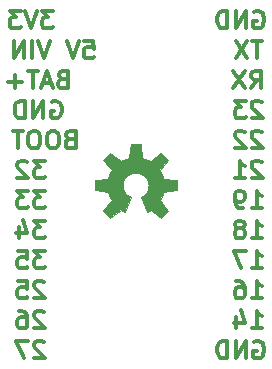
<source format=gbr>
G04 #@! TF.GenerationSoftware,KiCad,Pcbnew,(5.0.2)-1*
G04 #@! TF.CreationDate,2019-10-09T02:29:05+02:00*
G04 #@! TF.ProjectId,esp32-lifepo4,65737033-322d-46c6-9966-65706f342e6b,rev?*
G04 #@! TF.SameCoordinates,Original*
G04 #@! TF.FileFunction,Legend,Bot*
G04 #@! TF.FilePolarity,Positive*
%FSLAX46Y46*%
G04 Gerber Fmt 4.6, Leading zero omitted, Abs format (unit mm)*
G04 Created by KiCad (PCBNEW (5.0.2)-1) date 09/10/2019 02:29:05*
%MOMM*%
%LPD*%
G01*
G04 APERTURE LIST*
%ADD10C,0.300000*%
%ADD11C,0.010000*%
%ADD12C,0.150000*%
G04 APERTURE END LIST*
D10*
X149732857Y-98381428D02*
X149661428Y-98310000D01*
X149518571Y-98238571D01*
X149161428Y-98238571D01*
X149018571Y-98310000D01*
X148947142Y-98381428D01*
X148875714Y-98524285D01*
X148875714Y-98667142D01*
X148947142Y-98881428D01*
X149804285Y-99738571D01*
X148875714Y-99738571D01*
X148375714Y-98238571D02*
X147375714Y-98238571D01*
X148018571Y-99738571D01*
X149732857Y-95841428D02*
X149661428Y-95770000D01*
X149518571Y-95698571D01*
X149161428Y-95698571D01*
X149018571Y-95770000D01*
X148947142Y-95841428D01*
X148875714Y-95984285D01*
X148875714Y-96127142D01*
X148947142Y-96341428D01*
X149804285Y-97198571D01*
X148875714Y-97198571D01*
X147590000Y-95698571D02*
X147875714Y-95698571D01*
X148018571Y-95770000D01*
X148090000Y-95841428D01*
X148232857Y-96055714D01*
X148304285Y-96341428D01*
X148304285Y-96912857D01*
X148232857Y-97055714D01*
X148161428Y-97127142D01*
X148018571Y-97198571D01*
X147732857Y-97198571D01*
X147590000Y-97127142D01*
X147518571Y-97055714D01*
X147447142Y-96912857D01*
X147447142Y-96555714D01*
X147518571Y-96412857D01*
X147590000Y-96341428D01*
X147732857Y-96270000D01*
X148018571Y-96270000D01*
X148161428Y-96341428D01*
X148232857Y-96412857D01*
X148304285Y-96555714D01*
X149732857Y-93301428D02*
X149661428Y-93230000D01*
X149518571Y-93158571D01*
X149161428Y-93158571D01*
X149018571Y-93230000D01*
X148947142Y-93301428D01*
X148875714Y-93444285D01*
X148875714Y-93587142D01*
X148947142Y-93801428D01*
X149804285Y-94658571D01*
X148875714Y-94658571D01*
X147518571Y-93158571D02*
X148232857Y-93158571D01*
X148304285Y-93872857D01*
X148232857Y-93801428D01*
X148090000Y-93730000D01*
X147732857Y-93730000D01*
X147590000Y-93801428D01*
X147518571Y-93872857D01*
X147447142Y-94015714D01*
X147447142Y-94372857D01*
X147518571Y-94515714D01*
X147590000Y-94587142D01*
X147732857Y-94658571D01*
X148090000Y-94658571D01*
X148232857Y-94587142D01*
X148304285Y-94515714D01*
X149804285Y-90618571D02*
X148875714Y-90618571D01*
X149375714Y-91190000D01*
X149161428Y-91190000D01*
X149018571Y-91261428D01*
X148947142Y-91332857D01*
X148875714Y-91475714D01*
X148875714Y-91832857D01*
X148947142Y-91975714D01*
X149018571Y-92047142D01*
X149161428Y-92118571D01*
X149590000Y-92118571D01*
X149732857Y-92047142D01*
X149804285Y-91975714D01*
X147518571Y-90618571D02*
X148232857Y-90618571D01*
X148304285Y-91332857D01*
X148232857Y-91261428D01*
X148090000Y-91190000D01*
X147732857Y-91190000D01*
X147590000Y-91261428D01*
X147518571Y-91332857D01*
X147447142Y-91475714D01*
X147447142Y-91832857D01*
X147518571Y-91975714D01*
X147590000Y-92047142D01*
X147732857Y-92118571D01*
X148090000Y-92118571D01*
X148232857Y-92047142D01*
X148304285Y-91975714D01*
X149804285Y-88078571D02*
X148875714Y-88078571D01*
X149375714Y-88650000D01*
X149161428Y-88650000D01*
X149018571Y-88721428D01*
X148947142Y-88792857D01*
X148875714Y-88935714D01*
X148875714Y-89292857D01*
X148947142Y-89435714D01*
X149018571Y-89507142D01*
X149161428Y-89578571D01*
X149590000Y-89578571D01*
X149732857Y-89507142D01*
X149804285Y-89435714D01*
X147590000Y-88578571D02*
X147590000Y-89578571D01*
X147947142Y-88007142D02*
X148304285Y-89078571D01*
X147375714Y-89078571D01*
X149804285Y-85538571D02*
X148875714Y-85538571D01*
X149375714Y-86110000D01*
X149161428Y-86110000D01*
X149018571Y-86181428D01*
X148947142Y-86252857D01*
X148875714Y-86395714D01*
X148875714Y-86752857D01*
X148947142Y-86895714D01*
X149018571Y-86967142D01*
X149161428Y-87038571D01*
X149590000Y-87038571D01*
X149732857Y-86967142D01*
X149804285Y-86895714D01*
X148375714Y-85538571D02*
X147447142Y-85538571D01*
X147947142Y-86110000D01*
X147732857Y-86110000D01*
X147590000Y-86181428D01*
X147518571Y-86252857D01*
X147447142Y-86395714D01*
X147447142Y-86752857D01*
X147518571Y-86895714D01*
X147590000Y-86967142D01*
X147732857Y-87038571D01*
X148161428Y-87038571D01*
X148304285Y-86967142D01*
X148375714Y-86895714D01*
X149804285Y-82998571D02*
X148875714Y-82998571D01*
X149375714Y-83570000D01*
X149161428Y-83570000D01*
X149018571Y-83641428D01*
X148947142Y-83712857D01*
X148875714Y-83855714D01*
X148875714Y-84212857D01*
X148947142Y-84355714D01*
X149018571Y-84427142D01*
X149161428Y-84498571D01*
X149590000Y-84498571D01*
X149732857Y-84427142D01*
X149804285Y-84355714D01*
X148304285Y-83141428D02*
X148232857Y-83070000D01*
X148090000Y-82998571D01*
X147732857Y-82998571D01*
X147590000Y-83070000D01*
X147518571Y-83141428D01*
X147447142Y-83284285D01*
X147447142Y-83427142D01*
X147518571Y-83641428D01*
X148375714Y-84498571D01*
X147447142Y-84498571D01*
X151895714Y-81172857D02*
X151681428Y-81244285D01*
X151610000Y-81315714D01*
X151538571Y-81458571D01*
X151538571Y-81672857D01*
X151610000Y-81815714D01*
X151681428Y-81887142D01*
X151824285Y-81958571D01*
X152395714Y-81958571D01*
X152395714Y-80458571D01*
X151895714Y-80458571D01*
X151752857Y-80530000D01*
X151681428Y-80601428D01*
X151610000Y-80744285D01*
X151610000Y-80887142D01*
X151681428Y-81030000D01*
X151752857Y-81101428D01*
X151895714Y-81172857D01*
X152395714Y-81172857D01*
X150610000Y-80458571D02*
X150324285Y-80458571D01*
X150181428Y-80530000D01*
X150038571Y-80672857D01*
X149967142Y-80958571D01*
X149967142Y-81458571D01*
X150038571Y-81744285D01*
X150181428Y-81887142D01*
X150324285Y-81958571D01*
X150610000Y-81958571D01*
X150752857Y-81887142D01*
X150895714Y-81744285D01*
X150967142Y-81458571D01*
X150967142Y-80958571D01*
X150895714Y-80672857D01*
X150752857Y-80530000D01*
X150610000Y-80458571D01*
X149038571Y-80458571D02*
X148752857Y-80458571D01*
X148610000Y-80530000D01*
X148467142Y-80672857D01*
X148395714Y-80958571D01*
X148395714Y-81458571D01*
X148467142Y-81744285D01*
X148610000Y-81887142D01*
X148752857Y-81958571D01*
X149038571Y-81958571D01*
X149181428Y-81887142D01*
X149324285Y-81744285D01*
X149395714Y-81458571D01*
X149395714Y-80958571D01*
X149324285Y-80672857D01*
X149181428Y-80530000D01*
X149038571Y-80458571D01*
X147967142Y-80458571D02*
X147110000Y-80458571D01*
X147538571Y-81958571D02*
X147538571Y-80458571D01*
X167512857Y-98310000D02*
X167655714Y-98238571D01*
X167870000Y-98238571D01*
X168084285Y-98310000D01*
X168227142Y-98452857D01*
X168298571Y-98595714D01*
X168370000Y-98881428D01*
X168370000Y-99095714D01*
X168298571Y-99381428D01*
X168227142Y-99524285D01*
X168084285Y-99667142D01*
X167870000Y-99738571D01*
X167727142Y-99738571D01*
X167512857Y-99667142D01*
X167441428Y-99595714D01*
X167441428Y-99095714D01*
X167727142Y-99095714D01*
X166798571Y-99738571D02*
X166798571Y-98238571D01*
X165941428Y-99738571D01*
X165941428Y-98238571D01*
X165227142Y-99738571D02*
X165227142Y-98238571D01*
X164870000Y-98238571D01*
X164655714Y-98310000D01*
X164512857Y-98452857D01*
X164441428Y-98595714D01*
X164370000Y-98881428D01*
X164370000Y-99095714D01*
X164441428Y-99381428D01*
X164512857Y-99524285D01*
X164655714Y-99667142D01*
X164870000Y-99738571D01*
X165227142Y-99738571D01*
X167290714Y-97198571D02*
X168147857Y-97198571D01*
X167719285Y-97198571D02*
X167719285Y-95698571D01*
X167862142Y-95912857D01*
X168005000Y-96055714D01*
X168147857Y-96127142D01*
X166005000Y-96198571D02*
X166005000Y-97198571D01*
X166362142Y-95627142D02*
X166719285Y-96698571D01*
X165790714Y-96698571D01*
X167290714Y-94658571D02*
X168147857Y-94658571D01*
X167719285Y-94658571D02*
X167719285Y-93158571D01*
X167862142Y-93372857D01*
X168005000Y-93515714D01*
X168147857Y-93587142D01*
X166005000Y-93158571D02*
X166290714Y-93158571D01*
X166433571Y-93230000D01*
X166505000Y-93301428D01*
X166647857Y-93515714D01*
X166719285Y-93801428D01*
X166719285Y-94372857D01*
X166647857Y-94515714D01*
X166576428Y-94587142D01*
X166433571Y-94658571D01*
X166147857Y-94658571D01*
X166005000Y-94587142D01*
X165933571Y-94515714D01*
X165862142Y-94372857D01*
X165862142Y-94015714D01*
X165933571Y-93872857D01*
X166005000Y-93801428D01*
X166147857Y-93730000D01*
X166433571Y-93730000D01*
X166576428Y-93801428D01*
X166647857Y-93872857D01*
X166719285Y-94015714D01*
X167290714Y-92118571D02*
X168147857Y-92118571D01*
X167719285Y-92118571D02*
X167719285Y-90618571D01*
X167862142Y-90832857D01*
X168005000Y-90975714D01*
X168147857Y-91047142D01*
X166790714Y-90618571D02*
X165790714Y-90618571D01*
X166433571Y-92118571D01*
X167290714Y-89578571D02*
X168147857Y-89578571D01*
X167719285Y-89578571D02*
X167719285Y-88078571D01*
X167862142Y-88292857D01*
X168005000Y-88435714D01*
X168147857Y-88507142D01*
X166433571Y-88721428D02*
X166576428Y-88650000D01*
X166647857Y-88578571D01*
X166719285Y-88435714D01*
X166719285Y-88364285D01*
X166647857Y-88221428D01*
X166576428Y-88150000D01*
X166433571Y-88078571D01*
X166147857Y-88078571D01*
X166005000Y-88150000D01*
X165933571Y-88221428D01*
X165862142Y-88364285D01*
X165862142Y-88435714D01*
X165933571Y-88578571D01*
X166005000Y-88650000D01*
X166147857Y-88721428D01*
X166433571Y-88721428D01*
X166576428Y-88792857D01*
X166647857Y-88864285D01*
X166719285Y-89007142D01*
X166719285Y-89292857D01*
X166647857Y-89435714D01*
X166576428Y-89507142D01*
X166433571Y-89578571D01*
X166147857Y-89578571D01*
X166005000Y-89507142D01*
X165933571Y-89435714D01*
X165862142Y-89292857D01*
X165862142Y-89007142D01*
X165933571Y-88864285D01*
X166005000Y-88792857D01*
X166147857Y-88721428D01*
X167290714Y-87038571D02*
X168147857Y-87038571D01*
X167719285Y-87038571D02*
X167719285Y-85538571D01*
X167862142Y-85752857D01*
X168005000Y-85895714D01*
X168147857Y-85967142D01*
X166576428Y-87038571D02*
X166290714Y-87038571D01*
X166147857Y-86967142D01*
X166076428Y-86895714D01*
X165933571Y-86681428D01*
X165862142Y-86395714D01*
X165862142Y-85824285D01*
X165933571Y-85681428D01*
X166005000Y-85610000D01*
X166147857Y-85538571D01*
X166433571Y-85538571D01*
X166576428Y-85610000D01*
X166647857Y-85681428D01*
X166719285Y-85824285D01*
X166719285Y-86181428D01*
X166647857Y-86324285D01*
X166576428Y-86395714D01*
X166433571Y-86467142D01*
X166147857Y-86467142D01*
X166005000Y-86395714D01*
X165933571Y-86324285D01*
X165862142Y-86181428D01*
X168147857Y-83141428D02*
X168076428Y-83070000D01*
X167933571Y-82998571D01*
X167576428Y-82998571D01*
X167433571Y-83070000D01*
X167362142Y-83141428D01*
X167290714Y-83284285D01*
X167290714Y-83427142D01*
X167362142Y-83641428D01*
X168219285Y-84498571D01*
X167290714Y-84498571D01*
X165862142Y-84498571D02*
X166719285Y-84498571D01*
X166290714Y-84498571D02*
X166290714Y-82998571D01*
X166433571Y-83212857D01*
X166576428Y-83355714D01*
X166719285Y-83427142D01*
X168147857Y-80601428D02*
X168076428Y-80530000D01*
X167933571Y-80458571D01*
X167576428Y-80458571D01*
X167433571Y-80530000D01*
X167362142Y-80601428D01*
X167290714Y-80744285D01*
X167290714Y-80887142D01*
X167362142Y-81101428D01*
X168219285Y-81958571D01*
X167290714Y-81958571D01*
X166719285Y-80601428D02*
X166647857Y-80530000D01*
X166505000Y-80458571D01*
X166147857Y-80458571D01*
X166005000Y-80530000D01*
X165933571Y-80601428D01*
X165862142Y-80744285D01*
X165862142Y-80887142D01*
X165933571Y-81101428D01*
X166790714Y-81958571D01*
X165862142Y-81958571D01*
X168147857Y-78061428D02*
X168076428Y-77990000D01*
X167933571Y-77918571D01*
X167576428Y-77918571D01*
X167433571Y-77990000D01*
X167362142Y-78061428D01*
X167290714Y-78204285D01*
X167290714Y-78347142D01*
X167362142Y-78561428D01*
X168219285Y-79418571D01*
X167290714Y-79418571D01*
X166790714Y-77918571D02*
X165862142Y-77918571D01*
X166362142Y-78490000D01*
X166147857Y-78490000D01*
X166005000Y-78561428D01*
X165933571Y-78632857D01*
X165862142Y-78775714D01*
X165862142Y-79132857D01*
X165933571Y-79275714D01*
X166005000Y-79347142D01*
X166147857Y-79418571D01*
X166576428Y-79418571D01*
X166719285Y-79347142D01*
X166790714Y-79275714D01*
X150447142Y-70298571D02*
X149518571Y-70298571D01*
X150018571Y-70870000D01*
X149804285Y-70870000D01*
X149661428Y-70941428D01*
X149590000Y-71012857D01*
X149518571Y-71155714D01*
X149518571Y-71512857D01*
X149590000Y-71655714D01*
X149661428Y-71727142D01*
X149804285Y-71798571D01*
X150232857Y-71798571D01*
X150375714Y-71727142D01*
X150447142Y-71655714D01*
X149090000Y-70298571D02*
X148590000Y-71798571D01*
X148090000Y-70298571D01*
X147732857Y-70298571D02*
X146804285Y-70298571D01*
X147304285Y-70870000D01*
X147090000Y-70870000D01*
X146947142Y-70941428D01*
X146875714Y-71012857D01*
X146804285Y-71155714D01*
X146804285Y-71512857D01*
X146875714Y-71655714D01*
X146947142Y-71727142D01*
X147090000Y-71798571D01*
X147518571Y-71798571D01*
X147661428Y-71727142D01*
X147732857Y-71655714D01*
X153137857Y-72838571D02*
X153852142Y-72838571D01*
X153923571Y-73552857D01*
X153852142Y-73481428D01*
X153709285Y-73410000D01*
X153352142Y-73410000D01*
X153209285Y-73481428D01*
X153137857Y-73552857D01*
X153066428Y-73695714D01*
X153066428Y-74052857D01*
X153137857Y-74195714D01*
X153209285Y-74267142D01*
X153352142Y-74338571D01*
X153709285Y-74338571D01*
X153852142Y-74267142D01*
X153923571Y-74195714D01*
X152637857Y-72838571D02*
X152137857Y-74338571D01*
X151637857Y-72838571D01*
X150209285Y-72838571D02*
X149709285Y-74338571D01*
X149209285Y-72838571D01*
X148709285Y-74338571D02*
X148709285Y-72838571D01*
X147995000Y-74338571D02*
X147995000Y-72838571D01*
X147137857Y-74338571D01*
X147137857Y-72838571D01*
X151260714Y-76092857D02*
X151046428Y-76164285D01*
X150975000Y-76235714D01*
X150903571Y-76378571D01*
X150903571Y-76592857D01*
X150975000Y-76735714D01*
X151046428Y-76807142D01*
X151189285Y-76878571D01*
X151760714Y-76878571D01*
X151760714Y-75378571D01*
X151260714Y-75378571D01*
X151117857Y-75450000D01*
X151046428Y-75521428D01*
X150975000Y-75664285D01*
X150975000Y-75807142D01*
X151046428Y-75950000D01*
X151117857Y-76021428D01*
X151260714Y-76092857D01*
X151760714Y-76092857D01*
X150332142Y-76450000D02*
X149617857Y-76450000D01*
X150475000Y-76878571D02*
X149975000Y-75378571D01*
X149475000Y-76878571D01*
X149189285Y-75378571D02*
X148332142Y-75378571D01*
X148760714Y-76878571D02*
X148760714Y-75378571D01*
X147832142Y-76307142D02*
X146689285Y-76307142D01*
X147260714Y-76878571D02*
X147260714Y-75735714D01*
X150367857Y-77990000D02*
X150510714Y-77918571D01*
X150725000Y-77918571D01*
X150939285Y-77990000D01*
X151082142Y-78132857D01*
X151153571Y-78275714D01*
X151225000Y-78561428D01*
X151225000Y-78775714D01*
X151153571Y-79061428D01*
X151082142Y-79204285D01*
X150939285Y-79347142D01*
X150725000Y-79418571D01*
X150582142Y-79418571D01*
X150367857Y-79347142D01*
X150296428Y-79275714D01*
X150296428Y-78775714D01*
X150582142Y-78775714D01*
X149653571Y-79418571D02*
X149653571Y-77918571D01*
X148796428Y-79418571D01*
X148796428Y-77918571D01*
X148082142Y-79418571D02*
X148082142Y-77918571D01*
X147725000Y-77918571D01*
X147510714Y-77990000D01*
X147367857Y-78132857D01*
X147296428Y-78275714D01*
X147225000Y-78561428D01*
X147225000Y-78775714D01*
X147296428Y-79061428D01*
X147367857Y-79204285D01*
X147510714Y-79347142D01*
X147725000Y-79418571D01*
X148082142Y-79418571D01*
X167512857Y-70370000D02*
X167655714Y-70298571D01*
X167870000Y-70298571D01*
X168084285Y-70370000D01*
X168227142Y-70512857D01*
X168298571Y-70655714D01*
X168370000Y-70941428D01*
X168370000Y-71155714D01*
X168298571Y-71441428D01*
X168227142Y-71584285D01*
X168084285Y-71727142D01*
X167870000Y-71798571D01*
X167727142Y-71798571D01*
X167512857Y-71727142D01*
X167441428Y-71655714D01*
X167441428Y-71155714D01*
X167727142Y-71155714D01*
X166798571Y-71798571D02*
X166798571Y-70298571D01*
X165941428Y-71798571D01*
X165941428Y-70298571D01*
X165227142Y-71798571D02*
X165227142Y-70298571D01*
X164870000Y-70298571D01*
X164655714Y-70370000D01*
X164512857Y-70512857D01*
X164441428Y-70655714D01*
X164370000Y-70941428D01*
X164370000Y-71155714D01*
X164441428Y-71441428D01*
X164512857Y-71584285D01*
X164655714Y-71727142D01*
X164870000Y-71798571D01*
X165227142Y-71798571D01*
X167255000Y-76878571D02*
X167755000Y-76164285D01*
X168112142Y-76878571D02*
X168112142Y-75378571D01*
X167540714Y-75378571D01*
X167397857Y-75450000D01*
X167326428Y-75521428D01*
X167255000Y-75664285D01*
X167255000Y-75878571D01*
X167326428Y-76021428D01*
X167397857Y-76092857D01*
X167540714Y-76164285D01*
X168112142Y-76164285D01*
X166755000Y-75378571D02*
X165755000Y-76878571D01*
X165755000Y-75378571D02*
X166755000Y-76878571D01*
X168147857Y-72838571D02*
X167290714Y-72838571D01*
X167719285Y-74338571D02*
X167719285Y-72838571D01*
X166933571Y-72838571D02*
X165933571Y-74338571D01*
X165933571Y-72838571D02*
X166933571Y-74338571D01*
D11*
G04 #@! TO.C,*
G36*
X156560520Y-87312500D02*
X156380180Y-87228680D01*
X156204920Y-87129620D01*
X155326080Y-87845900D01*
X154724100Y-87243920D01*
X155440380Y-86365080D01*
X155313380Y-86131400D01*
X155211780Y-85885020D01*
X155135580Y-85631020D01*
X154007820Y-85514180D01*
X154007820Y-84665820D01*
X155135580Y-84548980D01*
X155211780Y-84294980D01*
X155313380Y-84048600D01*
X155440380Y-83814920D01*
X154724100Y-82936080D01*
X155326080Y-82334100D01*
X156204920Y-83050380D01*
X156438600Y-82923380D01*
X156684980Y-82821780D01*
X156938980Y-82745580D01*
X157055820Y-81617820D01*
X157904180Y-81617820D01*
X158021020Y-82745580D01*
X158275020Y-82821780D01*
X158521400Y-82923380D01*
X158755080Y-83050380D01*
X159633920Y-82334100D01*
X160235900Y-82936080D01*
X159519620Y-83814920D01*
X159646620Y-84048600D01*
X159748220Y-84294980D01*
X159824420Y-84548980D01*
X160952180Y-84665820D01*
X160952180Y-85514180D01*
X159824420Y-85631020D01*
X159748220Y-85885020D01*
X159646620Y-86131400D01*
X159519620Y-86365080D01*
X160235900Y-87243920D01*
X159633920Y-87845900D01*
X158755080Y-87129620D01*
X158579820Y-87228680D01*
X158399480Y-87312500D01*
X157896560Y-86098380D01*
X158061660Y-86014560D01*
X158206440Y-85905340D01*
X158333440Y-85770720D01*
X158435040Y-85618320D01*
X158511240Y-85450680D01*
X158556960Y-85272880D01*
X158572200Y-85090000D01*
X158554420Y-84886800D01*
X158496000Y-84691220D01*
X158404560Y-84508340D01*
X158277560Y-84345780D01*
X158125160Y-84208620D01*
X157947360Y-84104480D01*
X157756860Y-84033360D01*
X157553660Y-84000340D01*
X157350460Y-84005420D01*
X157149800Y-84048600D01*
X156961840Y-84129880D01*
X156791660Y-84241640D01*
X156644340Y-84386420D01*
X156527500Y-84554060D01*
X156443680Y-84742020D01*
X156397960Y-84942680D01*
X156387800Y-85145880D01*
X156418280Y-85346540D01*
X156486860Y-85542120D01*
X156588460Y-85719920D01*
X156720540Y-85874860D01*
X156880560Y-86004400D01*
X157063440Y-86098380D01*
X156560520Y-87312500D01*
G37*
X156560520Y-87312500D02*
X156380180Y-87228680D01*
X156204920Y-87129620D01*
X155326080Y-87845900D01*
X154724100Y-87243920D01*
X155440380Y-86365080D01*
X155313380Y-86131400D01*
X155211780Y-85885020D01*
X155135580Y-85631020D01*
X154007820Y-85514180D01*
X154007820Y-84665820D01*
X155135580Y-84548980D01*
X155211780Y-84294980D01*
X155313380Y-84048600D01*
X155440380Y-83814920D01*
X154724100Y-82936080D01*
X155326080Y-82334100D01*
X156204920Y-83050380D01*
X156438600Y-82923380D01*
X156684980Y-82821780D01*
X156938980Y-82745580D01*
X157055820Y-81617820D01*
X157904180Y-81617820D01*
X158021020Y-82745580D01*
X158275020Y-82821780D01*
X158521400Y-82923380D01*
X158755080Y-83050380D01*
X159633920Y-82334100D01*
X160235900Y-82936080D01*
X159519620Y-83814920D01*
X159646620Y-84048600D01*
X159748220Y-84294980D01*
X159824420Y-84548980D01*
X160952180Y-84665820D01*
X160952180Y-85514180D01*
X159824420Y-85631020D01*
X159748220Y-85885020D01*
X159646620Y-86131400D01*
X159519620Y-86365080D01*
X160235900Y-87243920D01*
X159633920Y-87845900D01*
X158755080Y-87129620D01*
X158579820Y-87228680D01*
X158399480Y-87312500D01*
X157896560Y-86098380D01*
X158061660Y-86014560D01*
X158206440Y-85905340D01*
X158333440Y-85770720D01*
X158435040Y-85618320D01*
X158511240Y-85450680D01*
X158556960Y-85272880D01*
X158572200Y-85090000D01*
X158554420Y-84886800D01*
X158496000Y-84691220D01*
X158404560Y-84508340D01*
X158277560Y-84345780D01*
X158125160Y-84208620D01*
X157947360Y-84104480D01*
X157756860Y-84033360D01*
X157553660Y-84000340D01*
X157350460Y-84005420D01*
X157149800Y-84048600D01*
X156961840Y-84129880D01*
X156791660Y-84241640D01*
X156644340Y-84386420D01*
X156527500Y-84554060D01*
X156443680Y-84742020D01*
X156397960Y-84942680D01*
X156387800Y-85145880D01*
X156418280Y-85346540D01*
X156486860Y-85542120D01*
X156588460Y-85719920D01*
X156720540Y-85874860D01*
X156880560Y-86004400D01*
X157063440Y-86098380D01*
X156560520Y-87312500D01*
D12*
G04 #@! TD*
M02*

</source>
